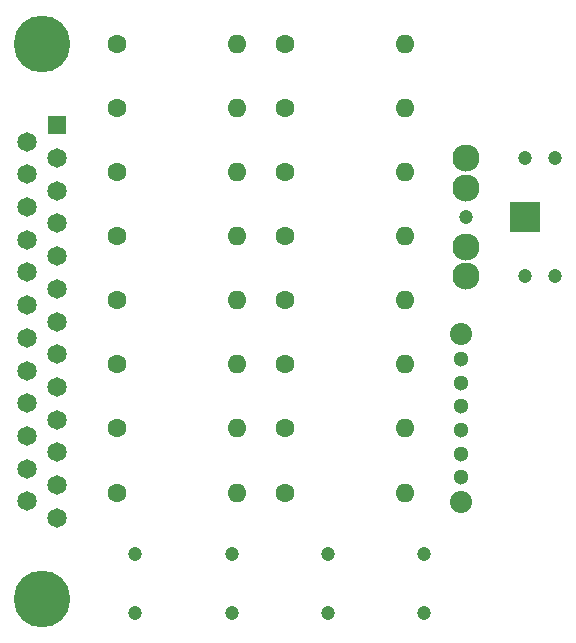
<source format=gbr>
%TF.GenerationSoftware,KiCad,Pcbnew,7.0.10*%
%TF.CreationDate,2024-01-09T13:23:14-06:00*%
%TF.ProjectId,LPT Blaster,4c505420-426c-4617-9374-65722e6b6963,rev?*%
%TF.SameCoordinates,Original*%
%TF.FileFunction,Soldermask,Top*%
%TF.FilePolarity,Negative*%
%FSLAX46Y46*%
G04 Gerber Fmt 4.6, Leading zero omitted, Abs format (unit mm)*
G04 Created by KiCad (PCBNEW 7.0.10) date 2024-01-09 13:23:14*
%MOMM*%
%LPD*%
G01*
G04 APERTURE LIST*
%ADD10C,1.600000*%
%ADD11O,1.600000X1.600000*%
%ADD12C,4.800000*%
%ADD13C,1.650000*%
%ADD14R,1.650000X1.650000*%
%ADD15C,1.200000*%
%ADD16C,1.300000*%
%ADD17C,1.875000*%
%ADD18R,2.550000X2.550000*%
%ADD19C,2.300000*%
G04 APERTURE END LIST*
D10*
%TO.C,R14*%
X127640000Y-72957100D03*
D11*
X137800000Y-72957100D03*
%TD*%
D10*
%TO.C,R3*%
X113440000Y-56657100D03*
D11*
X123600000Y-56657100D03*
%TD*%
D10*
%TO.C,R15*%
X127640000Y-78378600D03*
D11*
X137800000Y-78378600D03*
%TD*%
D10*
%TO.C,R8*%
X113440000Y-83800000D03*
D11*
X123600000Y-83800000D03*
%TD*%
D10*
%TO.C,R12*%
X127640000Y-62114300D03*
D11*
X137800000Y-62114300D03*
%TD*%
D12*
%TO.C,J2*%
X107070000Y-92845000D03*
X107070000Y-45805000D03*
D13*
X105800000Y-84560000D03*
X105800000Y-81790000D03*
X105800000Y-79020000D03*
X105800000Y-76250000D03*
X105800000Y-73480000D03*
X105800000Y-70710000D03*
X105800000Y-67940000D03*
X105800000Y-65170000D03*
X105800000Y-62400000D03*
X105800000Y-59630000D03*
X105800000Y-56860000D03*
X105800000Y-54090000D03*
X108340000Y-85945000D03*
X108340000Y-83175000D03*
X108340000Y-80405000D03*
X108340000Y-77635000D03*
X108340000Y-74865000D03*
X108340000Y-72095000D03*
X108340000Y-69325000D03*
X108340000Y-66555000D03*
X108340000Y-63785000D03*
X108340000Y-61015000D03*
X108340000Y-58245000D03*
X108340000Y-55475000D03*
D14*
X108340000Y-52705000D03*
%TD*%
D15*
%TO.C,C1*%
X139400000Y-89000000D03*
X139400000Y-94000000D03*
%TD*%
D10*
%TO.C,R13*%
X127640000Y-67535700D03*
D11*
X137800000Y-67535700D03*
%TD*%
D10*
%TO.C,R2*%
X113440000Y-51228600D03*
D11*
X123600000Y-51228600D03*
%TD*%
D10*
%TO.C,R16*%
X127640000Y-83800000D03*
D11*
X137800000Y-83800000D03*
%TD*%
D16*
%TO.C,S1*%
X142575000Y-82500000D03*
X142575000Y-80500000D03*
X142575000Y-78500000D03*
X142575000Y-76500000D03*
X142575000Y-74500000D03*
X142575000Y-72500000D03*
D17*
X142575000Y-84600000D03*
X142575000Y-70400000D03*
%TD*%
D10*
%TO.C,R5*%
X113440000Y-67514300D03*
D11*
X123600000Y-67514300D03*
%TD*%
D15*
%TO.C,J1*%
X150500000Y-55500000D03*
X148000000Y-55500000D03*
X143000000Y-60500000D03*
X150500000Y-65500000D03*
X148000000Y-65500000D03*
D18*
X148000000Y-60500000D03*
D19*
X143000000Y-55500000D03*
X143000000Y-65500000D03*
X143000000Y-58000000D03*
X143000000Y-63000000D03*
%TD*%
D10*
%TO.C,R7*%
X113440000Y-78371400D03*
D11*
X123600000Y-78371400D03*
%TD*%
D10*
%TO.C,R10*%
X127640000Y-51271400D03*
D11*
X137800000Y-51271400D03*
%TD*%
D15*
%TO.C,C4*%
X114980000Y-89000000D03*
X114980000Y-94000000D03*
%TD*%
%TO.C,C2*%
X131260000Y-89000000D03*
X131260000Y-94000000D03*
%TD*%
D10*
%TO.C,R1*%
X113440000Y-45800000D03*
D11*
X123600000Y-45800000D03*
%TD*%
D15*
%TO.C,C3*%
X123120000Y-89000000D03*
X123120000Y-94000000D03*
%TD*%
D10*
%TO.C,R9*%
X127640000Y-45850000D03*
D11*
X137800000Y-45850000D03*
%TD*%
D10*
%TO.C,R11*%
X127640000Y-56692900D03*
D11*
X137800000Y-56692900D03*
%TD*%
D10*
%TO.C,R4*%
X113440000Y-62085700D03*
D11*
X123600000Y-62085700D03*
%TD*%
D10*
%TO.C,R6*%
X113440000Y-72942900D03*
D11*
X123600000Y-72942900D03*
%TD*%
M02*

</source>
